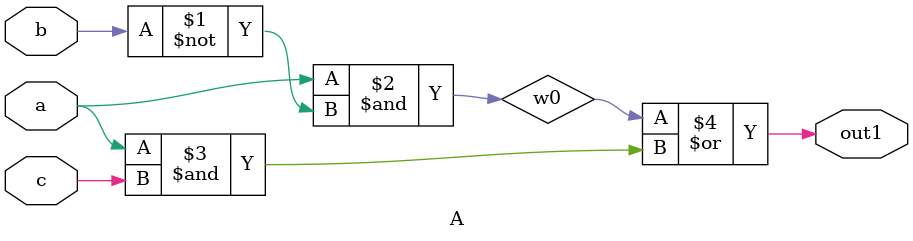
<source format=v>

module A(out1, a, b, c);

output out1;
input a, b, c;


  wire w0;
  assign w0 = a & ~b;
  assign out1 = w0 | (a & c);

endmodule


</source>
